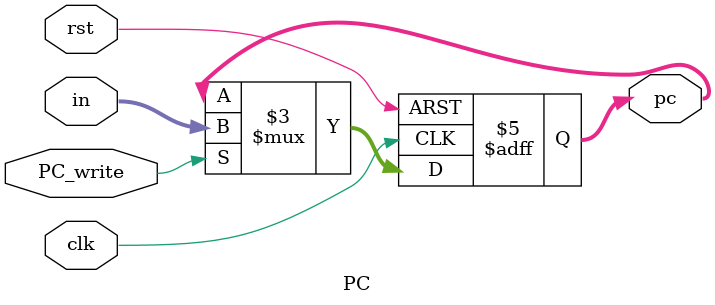
<source format=v>
module PC(input clk, rst, PC_write, input [4:0] in,  output reg[4:0] pc);

	initial pc <= 5'b00000;
	always @(posedge clk, posedge rst) begin
		if(rst)
			pc <= 5'b00000;
		else if (PC_write)
			pc <= in;
	end

endmodule
</source>
